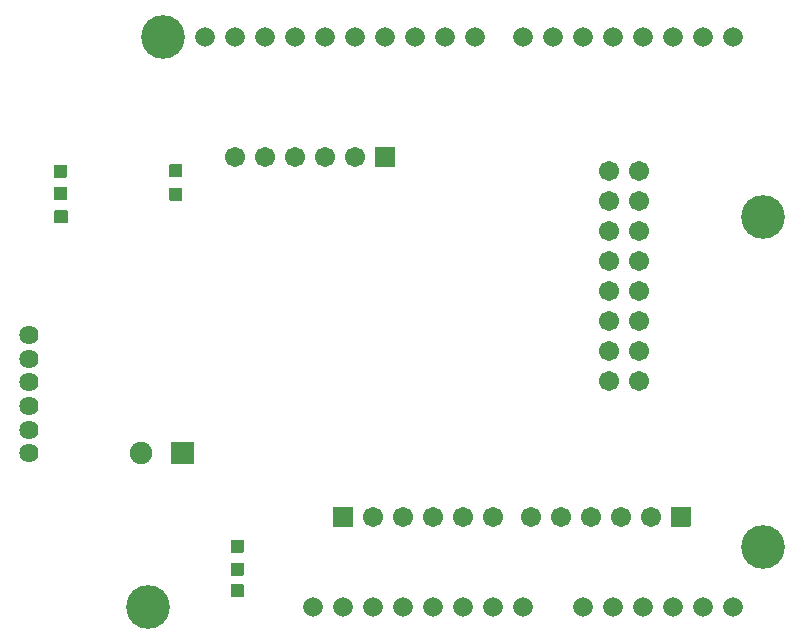
<source format=gbr>
G04 #@! TF.GenerationSoftware,KiCad,Pcbnew,(5.1.12-1-10_14)*
G04 #@! TF.CreationDate,2022-06-10T21:35:17-05:00*
G04 #@! TF.ProjectId,Arduino_uno_sheild,41726475-696e-46f5-9f75-6e6f5f736865,rev?*
G04 #@! TF.SameCoordinates,Original*
G04 #@! TF.FileFunction,Soldermask,Top*
G04 #@! TF.FilePolarity,Negative*
%FSLAX46Y46*%
G04 Gerber Fmt 4.6, Leading zero omitted, Abs format (unit mm)*
G04 Created by KiCad (PCBNEW (5.1.12-1-10_14)) date 2022-06-10 21:35:17*
%MOMM*%
%LPD*%
G01*
G04 APERTURE LIST*
%ADD10C,1.662000*%
%ADD11C,3.702000*%
%ADD12C,1.626000*%
%ADD13C,1.702000*%
%ADD14C,1.902000*%
G04 APERTURE END LIST*
D10*
X27940000Y2540000D03*
X30480000Y2540000D03*
X33020000Y2540000D03*
X35560000Y2540000D03*
X38100000Y2540000D03*
X40640000Y2540000D03*
X43180000Y2540000D03*
X45720000Y2540000D03*
X50800000Y2540000D03*
X53340000Y2540000D03*
X55880000Y2540000D03*
X58420000Y2540000D03*
X60960000Y2540000D03*
X63500000Y2540000D03*
X18796000Y50800000D03*
X21336000Y50800000D03*
X23876000Y50800000D03*
X26416000Y50800000D03*
X28956000Y50800000D03*
X31496000Y50800000D03*
X34036000Y50800000D03*
X36576000Y50800000D03*
X39116000Y50800000D03*
X41656000Y50800000D03*
X45720000Y50800000D03*
X48260000Y50800000D03*
X50800000Y50800000D03*
X53340000Y50800000D03*
X55880000Y50800000D03*
X58420000Y50800000D03*
X60960000Y50800000D03*
X63500000Y50800000D03*
D11*
X15240000Y50800000D03*
X66040000Y35560000D03*
X66040000Y7620000D03*
X13970000Y2540000D03*
D12*
X3860800Y15544800D03*
X3860800Y17544800D03*
X3860800Y19544800D03*
X3860800Y21544800D03*
X3860800Y23544800D03*
X3860800Y25544800D03*
G36*
G01*
X15768001Y38969999D02*
X15768001Y39969999D01*
G75*
G02*
X15819001Y40020999I51000J0D01*
G01*
X16819001Y40020999D01*
G75*
G02*
X16870001Y39969999I0J-51000D01*
G01*
X16870001Y38969999D01*
G75*
G02*
X16819001Y38918999I-51000J0D01*
G01*
X15819001Y38918999D01*
G75*
G02*
X15768001Y38969999I0J51000D01*
G01*
G37*
G36*
G01*
X15768500Y36965000D02*
X15768500Y37965000D01*
G75*
G02*
X15819500Y38016000I51000J0D01*
G01*
X16819500Y38016000D01*
G75*
G02*
X16870500Y37965000I0J-51000D01*
G01*
X16870500Y36965000D01*
G75*
G02*
X16819500Y36914000I-51000J0D01*
G01*
X15819500Y36914000D01*
G75*
G02*
X15768500Y36965000I0J51000D01*
G01*
G37*
G36*
G01*
X6040300Y35060000D02*
X6040300Y36060000D01*
G75*
G02*
X6091300Y36111000I51000J0D01*
G01*
X7091300Y36111000D01*
G75*
G02*
X7142300Y36060000I0J-51000D01*
G01*
X7142300Y35060000D01*
G75*
G02*
X7091300Y35009000I-51000J0D01*
G01*
X6091300Y35009000D01*
G75*
G02*
X6040300Y35060000I0J51000D01*
G01*
G37*
G36*
G01*
X5976800Y37028500D02*
X5976800Y38028500D01*
G75*
G02*
X6027800Y38079500I51000J0D01*
G01*
X7027800Y38079500D01*
G75*
G02*
X7078800Y38028500I0J-51000D01*
G01*
X7078800Y37028500D01*
G75*
G02*
X7027800Y36977500I-51000J0D01*
G01*
X6027800Y36977500D01*
G75*
G02*
X5976800Y37028500I0J51000D01*
G01*
G37*
G36*
G01*
X22001100Y5176700D02*
X21001100Y5176700D01*
G75*
G02*
X20950100Y5227700I0J51000D01*
G01*
X20950100Y6227700D01*
G75*
G02*
X21001100Y6278700I51000J0D01*
G01*
X22001100Y6278700D01*
G75*
G02*
X22052100Y6227700I0J-51000D01*
G01*
X22052100Y5227700D01*
G75*
G02*
X22001100Y5176700I-51000J0D01*
G01*
G37*
G36*
G01*
X22001100Y3335200D02*
X21001100Y3335200D01*
G75*
G02*
X20950100Y3386200I0J51000D01*
G01*
X20950100Y4386200D01*
G75*
G02*
X21001100Y4437200I51000J0D01*
G01*
X22001100Y4437200D01*
G75*
G02*
X22052100Y4386200I0J-51000D01*
G01*
X22052100Y3386200D01*
G75*
G02*
X22001100Y3335200I-51000J0D01*
G01*
G37*
G36*
G01*
X22001100Y7132500D02*
X21001100Y7132500D01*
G75*
G02*
X20950100Y7183500I0J51000D01*
G01*
X20950100Y8183500D01*
G75*
G02*
X21001100Y8234500I51000J0D01*
G01*
X22001100Y8234500D01*
G75*
G02*
X22052100Y8183500I0J-51000D01*
G01*
X22052100Y7183500D01*
G75*
G02*
X22001100Y7132500I-51000J0D01*
G01*
G37*
G36*
G01*
X5976800Y38933500D02*
X5976800Y39933500D01*
G75*
G02*
X6027800Y39984500I51000J0D01*
G01*
X7027800Y39984500D01*
G75*
G02*
X7078800Y39933500I0J-51000D01*
G01*
X7078800Y38933500D01*
G75*
G02*
X7027800Y38882500I-51000J0D01*
G01*
X6027800Y38882500D01*
G75*
G02*
X5976800Y38933500I0J51000D01*
G01*
G37*
D13*
X55524400Y21691600D03*
X52984400Y21691600D03*
X55524400Y24231600D03*
X52984400Y24231600D03*
X55524400Y26771600D03*
X52984400Y26771600D03*
X55524400Y29311600D03*
X52984400Y29311600D03*
X55524400Y31851600D03*
X52984400Y31851600D03*
X55524400Y34391600D03*
X52984400Y34391600D03*
X55524400Y36931600D03*
X52984400Y36931600D03*
X55524400Y39471600D03*
X52984400Y39471600D03*
X46355000Y10160000D03*
X48895000Y10160000D03*
X51435000Y10160000D03*
X53975000Y10160000D03*
X56515000Y10160000D03*
G36*
G01*
X59906000Y10960000D02*
X59906000Y9360000D01*
G75*
G02*
X59855000Y9309000I-51000J0D01*
G01*
X58255000Y9309000D01*
G75*
G02*
X58204000Y9360000I0J51000D01*
G01*
X58204000Y10960000D01*
G75*
G02*
X58255000Y11011000I51000J0D01*
G01*
X59855000Y11011000D01*
G75*
G02*
X59906000Y10960000I0J-51000D01*
G01*
G37*
X43180000Y10160000D03*
X40640000Y10160000D03*
X38100000Y10160000D03*
X35560000Y10160000D03*
X33020000Y10160000D03*
G36*
G01*
X29629000Y9360000D02*
X29629000Y10960000D01*
G75*
G02*
X29680000Y11011000I51000J0D01*
G01*
X31280000Y11011000D01*
G75*
G02*
X31331000Y10960000I0J-51000D01*
G01*
X31331000Y9360000D01*
G75*
G02*
X31280000Y9309000I-51000J0D01*
G01*
X29680000Y9309000D01*
G75*
G02*
X29629000Y9360000I0J51000D01*
G01*
G37*
X21336000Y40640000D03*
X23876000Y40640000D03*
X26416000Y40640000D03*
X28956000Y40640000D03*
X31496000Y40640000D03*
G36*
G01*
X34887000Y41440000D02*
X34887000Y39840000D01*
G75*
G02*
X34836000Y39789000I-51000J0D01*
G01*
X33236000Y39789000D01*
G75*
G02*
X33185000Y39840000I0J51000D01*
G01*
X33185000Y41440000D01*
G75*
G02*
X33236000Y41491000I51000J0D01*
G01*
X34836000Y41491000D01*
G75*
G02*
X34887000Y41440000I0J-51000D01*
G01*
G37*
D14*
X13365600Y15544800D03*
G36*
G01*
X17816600Y16444800D02*
X17816600Y14644800D01*
G75*
G02*
X17765600Y14593800I-51000J0D01*
G01*
X15965600Y14593800D01*
G75*
G02*
X15914600Y14644800I0J51000D01*
G01*
X15914600Y16444800D01*
G75*
G02*
X15965600Y16495800I51000J0D01*
G01*
X17765600Y16495800D01*
G75*
G02*
X17816600Y16444800I0J-51000D01*
G01*
G37*
M02*

</source>
